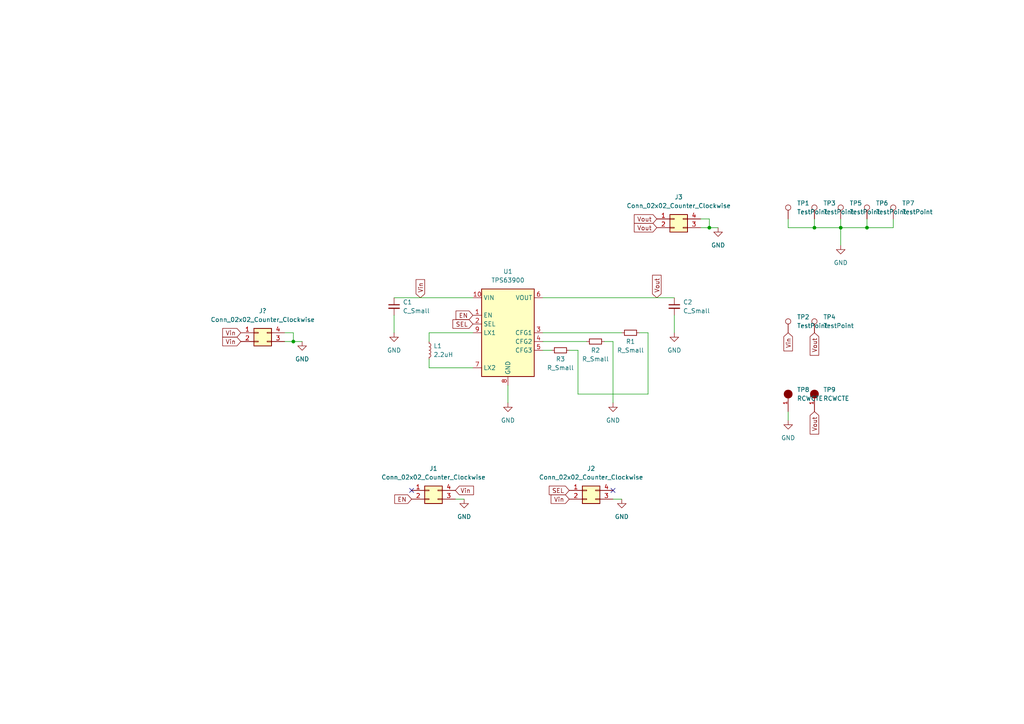
<source format=kicad_sch>
(kicad_sch (version 20211123) (generator eeschema)
  (paper "A4")
  (title_block (title "<<ID>>_<<project_name>>") (date "<<date>>") (rev "<<version>>") (comment 4 "<<hash>>"))
  (lib_symbols
    (symbol "Connector:TestPoint" (pin_numbers hide) (pin_names (offset 0.762) hide)
      (property "Reference" "TP" (at 0 6.858 0))
      (property "Value" "TestPoint" (at 0 5.08 0))
      (symbol "TestPoint_0_1"
        (circle (center 0 3.302) (radius 0.762))
      )
      (symbol "TestPoint_1_1"
        (pin passive line (at 0 0 90) (length 2.54) (name "1") (number "1"))
      )
    )
    (symbol "Connector_Generic:Conn_02x02_Counter_Clockwise" (pin_names (offset 1.016) hide)
      (property "Reference" "J" (at 1.27 2.54 0))
      (property "Value" "Conn_02x02_Counter_Clockwise" (at 1.27 -5.08 0))
      (symbol "Conn_02x02_Counter_Clockwise_1_1"
        (rectangle (start -1.27 -2.413) (end 0 -2.667) (stroke (width 0.1524)))
        (rectangle (start -1.27 0.127) (end 0 -0.127) (stroke (width 0.1524)))
        (rectangle (start -1.27 1.27) (end 3.81 -3.81) (stroke (width 0.254)) (fill (type background)))
        (rectangle (start 3.81 -2.413) (end 2.54 -2.667) (stroke (width 0.1524)))
        (rectangle (start 3.81 0.127) (end 2.54 -0.127) (stroke (width 0.1524)))
        (pin passive line (at -5.08 0 0) (length 3.81) (name "Pin_1") (number "1"))
        (pin passive line (at -5.08 -2.54 0) (length 3.81) (name "Pin_2") (number "2"))
        (pin passive line (at 7.62 -2.54 180) (length 3.81) (name "Pin_3") (number "3"))
        (pin passive line (at 7.62 0 180) (length 3.81) (name "Pin_4") (number "4"))
      )
    )
    (symbol "Device:C_Small" (pin_numbers hide) (pin_names (offset 0.254) hide)
      (property "Reference" "C" (at 0.254 1.778 0))
      (property "Value" "C_Small" (at 0.254 -2.032 0))
      (symbol "C_Small_0_1"
        (polyline (pts (xy -1.524 -0.508) (xy 1.524 -0.508)) (stroke (width 0.3302)))
        (polyline (pts (xy -1.524 0.508) (xy 1.524 0.508)) (stroke (width 0.3048)))
      )
      (symbol "C_Small_1_1"
        (pin passive line (at 0 2.54 270) (length 2.032) (name "~") (number "1"))
        (pin passive line (at 0 -2.54 90) (length 2.032) (name "~") (number "2"))
      )
    )
    (symbol "Device:L_Small" (pin_numbers hide) (pin_names (offset 0.254) hide)
      (property "Reference" "L" (at 0.762 1.016 0))
      (property "Value" "L_Small" (at 0.762 -1.016 0))
      (symbol "L_Small_0_1"
        (arc (start 0 -2.032) (mid 0.508 -1.524) (end 0 -1.016))
        (arc (start 0 -1.016) (mid 0.508 -0.508) (end 0 0))
        (arc (start 0 0) (mid 0.508 0.508) (end 0 1.016))
        (arc (start 0 1.016) (mid 0.508 1.524) (end 0 2.032))
      )
      (symbol "L_Small_1_1"
        (pin passive line (at 0 2.54 270) (length 0.508) (name "~") (number "1"))
        (pin passive line (at 0 -2.54 90) (length 0.508) (name "~") (number "2"))
      )
    )
    (symbol "Device:R_Small" (pin_numbers hide) (pin_names (offset 0.254) hide)
      (property "Reference" "R" (at 0.762 0.508 0))
      (property "Value" "R_Small" (at 0.762 -1.016 0))
      (symbol "R_Small_0_1"
        (rectangle (start -0.762 1.778) (end 0.762 -1.778) (stroke (width 0.2032)))
      )
      (symbol "R_Small_1_1"
        (pin passive line (at 0 2.54 270) (length 0.762) (name "~") (number "1"))
        (pin passive line (at 0 -2.54 90) (length 0.762) (name "~") (number "2"))
      )
    )
    (symbol "Regulator_Switching:TPS63900"
      (property "Reference" "U" (at -7.62 13.97 0))
      (property "Value" "TPS63900" (at 5.08 13.97 0))
      (symbol "TPS63900_0_1"
        (rectangle (start -7.62 12.7) (end 7.62 -12.7) (stroke (width 0.254)) (fill (type background)))
      )
      (symbol "TPS63900_1_1"
        (pin input line (at -10.16 5.08 0) (length 2.54) (name "EN") (number "1"))
        (pin power_in line (at -10.16 10.16 0) (length 2.54) (name "VIN") (number "10"))
        (pin passive line (at 0 -15.24 90) (length 2.54) hide (name "GND") (number "11"))
        (pin input line (at -10.16 2.54 0) (length 2.54) (name "SEL") (number "2"))
        (pin input line (at 10.16 0 180) (length 2.54) (name "CFG1") (number "3"))
        (pin input line (at 10.16 -2.54 180) (length 2.54) (name "CFG2") (number "4"))
        (pin input line (at 10.16 -5.08 180) (length 2.54) (name "CFG3") (number "5"))
        (pin power_out line (at 10.16 10.16 180) (length 2.54) (name "VOUT") (number "6"))
        (pin input line (at -10.16 -10.16 0) (length 2.54) (name "LX2") (number "7"))
        (pin power_in line (at 0 -15.24 90) (length 2.54) (name "GND") (number "8"))
        (pin input line (at -10.16 0 0) (length 2.54) (name "LX1") (number "9"))
      )
    )
    (symbol "Snapeda:RCWCTE" (pin_names (offset 1.016))
      (property "Reference" "TP" (at -2.5444 2.5415 0))
      (property "Value" "RCWCTE" (at -2.55 -5.0866 0))
      (symbol "RCWCTE_0_0"
        (circle (center 0 0) (radius 0.635) (stroke (width 1.27)))
        (pin passive line (at -5.08 0 0) (length 5.08) (name "~") (number "1"))
      )
    )
    (symbol "power:GND" (power) (pin_names (offset 0))
      (property "Value" "GND" (at 0 -3.81 0))
      (symbol "GND_0_1"
        (polyline (pts (xy 0 0) (xy 0 -1.27) (xy 1.27 -1.27) (xy 0 -2.54) (xy -1.27 -1.27) (xy 0 -1.27)))
      )
      (symbol "GND_1_1"
        (pin power_in line (at 0 0 270) (length 0) hide (name "GND") (number "1"))
      )
    )
  )
  (junction (at 85.09 99.06))
  (junction (at 236.22 66.04))
  (junction (at 251.46 66.04))
  (junction (at 243.84 66.04))
  (junction (at 205.74 66.04))
  (no_connect (at 119.38 142.24))
  (no_connect (at 177.8 142.24))
  (wire (pts (xy 251.46 63.5) (xy 251.46 66.04)))
  (wire (pts (xy 157.48 86.36) (xy 195.58 86.36)))
  (wire (pts (xy 177.8 99.06) (xy 177.8 116.84)))
  (wire (pts (xy 236.22 66.04) (xy 243.84 66.04)))
  (wire (pts (xy 124.46 99.06) (xy 124.46 96.52)))
  (wire (pts (xy 114.3 86.36) (xy 137.16 86.36)))
  (wire (pts (xy 236.22 63.5) (xy 236.22 66.04)))
  (wire (pts (xy 167.64 101.6) (xy 167.64 114.3)))
  (wire (pts (xy 157.48 96.52) (xy 180.34 96.52)))
  (wire (pts (xy 195.58 91.44) (xy 195.58 96.52)))
  (wire (pts (xy 259.08 63.5) (xy 259.08 66.04)))
  (wire (pts (xy 157.48 101.6) (xy 160.02 101.6)))
  (wire (pts (xy 187.96 96.52) (xy 187.96 114.3)))
  (wire (pts (xy 177.8 144.78) (xy 180.34 144.78)))
  (wire (pts (xy 85.09 96.52) (xy 85.09 99.06)))
  (wire (pts (xy 251.46 66.04) (xy 243.84 66.04)))
  (wire (pts (xy 167.64 114.3) (xy 187.96 114.3)))
  (wire (pts (xy 205.74 63.5) (xy 205.74 66.04)))
  (wire (pts (xy 157.48 99.06) (xy 170.18 99.06)))
  (wire (pts (xy 203.2 66.04) (xy 205.74 66.04)))
  (wire (pts (xy 85.09 99.06) (xy 87.63 99.06)))
  (wire (pts (xy 243.84 66.04) (xy 243.84 71.12)))
  (wire (pts (xy 259.08 66.04) (xy 251.46 66.04)))
  (wire (pts (xy 165.1 101.6) (xy 167.64 101.6)))
  (wire (pts (xy 124.46 106.68) (xy 137.16 106.68)))
  (wire (pts (xy 228.6 63.5) (xy 228.6 66.04)))
  (wire (pts (xy 228.6 66.04) (xy 236.22 66.04)))
  (wire (pts (xy 185.42 96.52) (xy 187.96 96.52)))
  (wire (pts (xy 82.55 96.52) (xy 85.09 96.52)))
  (wire (pts (xy 203.2 63.5) (xy 205.74 63.5)))
  (wire (pts (xy 82.55 99.06) (xy 85.09 99.06)))
  (wire (pts (xy 243.84 63.5) (xy 243.84 66.04)))
  (wire (pts (xy 114.3 91.44) (xy 114.3 96.52)))
  (wire (pts (xy 205.74 66.04) (xy 208.28 66.04)))
  (wire (pts (xy 132.08 144.78) (xy 134.62 144.78)))
  (wire (pts (xy 147.32 111.76) (xy 147.32 116.84)))
  (wire (pts (xy 177.8 99.06) (xy 175.26 99.06)))
  (wire (pts (xy 124.46 96.52) (xy 137.16 96.52)))
  (wire (pts (xy 124.46 104.14) (xy 124.46 106.68)))
  (wire (pts (xy 228.6 119.38) (xy 228.6 121.92)))
  (global_label "Vout" (shape input) (at 236.22 96.52 270) (property "Referenzen zwischen Schaltplänen" "${INTERSHEET_REFS}" (effects hide)))
  (global_label "SEL" (shape input) (at 165.1 142.24 180) (property "Referenzen zwischen Schaltplänen" "${INTERSHEET_REFS}" (effects hide)))
  (global_label "Vin" (shape input) (at 228.6 96.52 270) (property "Referenzen zwischen Schaltplänen" "${INTERSHEET_REFS}" (effects hide)))
  (global_label "Vout" (shape input) (at 236.22 119.38 270) (property "Referenzen zwischen Schaltplänen" "${INTERSHEET_REFS}" (effects hide)))
  (global_label "SEL" (shape input) (at 137.16 93.98 180) (property "Referenzen zwischen Schaltplänen" "${INTERSHEET_REFS}" (effects hide)))
  (global_label "Vout" (shape input) (at 190.5 63.5 180) (property "Referenzen zwischen Schaltplänen" "${INTERSHEET_REFS}" (effects hide)))
  (global_label "EN" (shape input) (at 119.38 144.78 180) (property "Referenzen zwischen Schaltplänen" "${INTERSHEET_REFS}" (effects hide)))
  (global_label "Vin" (shape input) (at 132.08 142.24 0) (property "Referenzen zwischen Schaltplänen" "${INTERSHEET_REFS}" (effects hide)))
  (global_label "EN" (shape input) (at 137.16 91.44 180) (property "Referenzen zwischen Schaltplänen" "${INTERSHEET_REFS}" (effects hide)))
  (global_label "Vin" (shape input) (at 69.85 96.52 180) (property "Referenzen zwischen Schaltplänen" "${INTERSHEET_REFS}" (effects hide)))
  (global_label "Vin" (shape input) (at 121.92 86.36 90) (property "Referenzen zwischen Schaltplänen" "${INTERSHEET_REFS}" (effects hide)))
  (global_label "Vout" (shape input) (at 190.5 86.36 90) (property "Referenzen zwischen Schaltplänen" "${INTERSHEET_REFS}" (effects hide)))
  (global_label "Vout" (shape input) (at 190.5 66.04 180) (property "Referenzen zwischen Schaltplänen" "${INTERSHEET_REFS}" (effects hide)))
  (global_label "Vin" (shape input) (at 165.1 144.78 180) (property "Referenzen zwischen Schaltplänen" "${INTERSHEET_REFS}" (effects hide)))
  (global_label "Vin" (shape input) (at 69.85 99.06 180) (property "Referenzen zwischen Schaltplänen" "${INTERSHEET_REFS}" (effects hide)))
  (symbol (lib_id "power:GND") (at 228.6 121.92 0) (unit 1)
    (property "Reference" "#PWR?" (effects hide))
    (property "Value" "GND" (at 228.6 127 0))
  )
  (symbol (lib_id "power:GND") (at 180.34 144.78 0) (unit 1)
    (property "Reference" "#PWR0103" (effects hide))
    (property "Value" "GND" (at 180.34 149.86 0))
  )
  (symbol (lib_id "Device:R_Small") (at 182.88 96.52 270) (unit 1)
    (property "Reference" "R1" (at 182.88 99.06 90))
    (property "Value" "R_Small" (at 182.88 101.6 90))
    (property "Footprint" "Resistor_SMD:R_0805_2012Metric" (effects hide))
  )
  (symbol (lib_id "power:GND") (at 177.8 116.84 0) (unit 1)
    (property "Reference" "#PWR0105" (effects hide))
    (property "Value" "GND" (at 177.8 121.92 0))
  )
  (symbol (lib_id "Connector:TestPoint") (at 243.84 63.5 0) (unit 1)
    (property "Reference" "TP5" (at 246.38 58.9279 0) (effects (justify left)))
    (property "Value" "TestPoint" (at 246.38 61.4679 0) (effects (justify left)))
    (property "Footprint" "TestPoint:TestPoint_Pad_D3.0mm" (effects hide))
  )
  (symbol (lib_id "Connector:TestPoint") (at 236.22 63.5 0) (unit 1)
    (property "Reference" "TP3" (at 238.76 58.9279 0) (effects (justify left)))
    (property "Value" "TestPoint" (at 238.76 61.4679 0) (effects (justify left)))
    (property "Footprint" "TestPoint:TestPoint_Pad_D3.0mm" (effects hide))
  )
  (symbol (lib_id "power:GND") (at 147.32 116.84 0) (unit 1)
    (property "Reference" "#PWR0104" (effects hide))
    (property "Value" "GND" (at 147.32 121.92 0))
  )
  (symbol (lib_id "Connector_Generic:Conn_02x02_Counter_Clockwise") (at 195.58 63.5 0) (unit 1)
    (property "Reference" "J3" (at 196.85 57.15 0))
    (property "Value" "Conn_02x02_Counter_Clockwise" (at 196.85 59.69 0))
    (property "Footprint" "Connector_PinSocket_2.54mm:PinSocket_2x02_P2.54mm_Vertical" (effects hide))
  )
  (symbol (lib_id "Device:C_Small") (at 114.3 88.9 0) (unit 1)
    (property "Reference" "C1" (at 116.84 87.6362 0) (effects (justify left)))
    (property "Value" "C_Small" (at 116.84 90.1762 0) (effects (justify left)))
    (property "Footprint" "Capacitor_SMD:C_0603_1608Metric" (effects hide))
  )
  (symbol (lib_id "Device:R_Small") (at 172.72 99.06 270) (unit 1)
    (property "Reference" "R2" (at 172.72 101.6 90))
    (property "Value" "R_Small" (at 172.72 104.14 90))
    (property "Footprint" "Resistor_SMD:R_0805_2012Metric" (effects hide))
  )
  (symbol (lib_id "Snapeda:RCWCTE") (at 236.22 114.3 90) (unit 1)
    (property "Reference" "TP9" (at 238.76 113.0299 90) (effects (justify right)))
    (property "Value" "RCWCTE" (at 238.76 115.5699 90) (effects (justify right)))
    (property "Footprint" "Snapeda:RCWCTE_TP420X150" (effects hide))
    (property "PARTREV" "1/06/14" (effects hide))
    (property "SNAPEDA_PN" "RCWCTE" (effects hide))
    (property "MANUFACTURER" "KOA Speer" (effects hide))
    (property "MAXIMUM_PACKAGE_HEIGHT" "2 mm" (effects hide))
    (property "STANDARD" "Manufacturer Recommendations" (effects hide))
  )
  (symbol (lib_id "Connector:TestPoint") (at 236.22 96.52 0) (unit 1)
    (property "Reference" "TP4" (at 238.76 91.9479 0) (effects (justify left)))
    (property "Value" "TestPoint" (at 238.76 94.4879 0) (effects (justify left)))
    (property "Footprint" "TestPoint:TestPoint_Pad_D3.0mm" (effects hide))
  )
  (symbol (lib_id "Regulator_Switching:TPS63900") (at 147.32 96.52 0) (unit 1)
    (property "Reference" "U1" (at 147.32 78.74 0))
    (property "Value" "TPS63900" (at 147.32 81.28 0))
    (property "Footprint" "Package_SON:WSON-10-1EP_2.5x2.5mm_P0.5mm_EP1.2x2mm_ThermalVias" (effects hide))
    (property "Datasheet" "https://www.ti.com/lit/ds/symlink/tps63900.pdf" (effects hide))
  )
  (symbol (lib_id "Connector_Generic:Conn_02x02_Counter_Clockwise") (at 124.46 142.24 0) (unit 1)
    (property "Reference" "J1" (at 125.73 135.89 0))
    (property "Value" "Conn_02x02_Counter_Clockwise" (at 125.73 138.43 0))
    (property "Footprint" "Connector_PinSocket_2.54mm:PinSocket_2x02_P2.54mm_Vertical" (effects hide))
  )
  (symbol (lib_id "Device:C_Small") (at 195.58 88.9 0) (unit 1)
    (property "Reference" "C2" (at 198.12 87.6362 0) (effects (justify left)))
    (property "Value" "C_Small" (at 198.12 90.1762 0) (effects (justify left)))
    (property "Footprint" "Capacitor_SMD:C_0603_1608Metric" (effects hide))
  )
  (symbol (lib_id "power:GND") (at 114.3 96.52 0) (unit 1)
    (property "Reference" "#PWR0101" (effects hide))
    (property "Value" "GND" (at 114.3 101.6 0))
  )
  (symbol (lib_id "power:GND") (at 243.84 71.12 0) (unit 1)
    (property "Reference" "#PWR0108" (effects hide))
    (property "Value" "GND" (at 243.84 76.2 0))
  )
  (symbol (lib_id "Connector_Generic:Conn_02x02_Counter_Clockwise") (at 170.18 142.24 0) (unit 1)
    (property "Reference" "J2" (at 171.45 135.89 0))
    (property "Value" "Conn_02x02_Counter_Clockwise" (at 171.45 138.43 0))
    (property "Footprint" "Connector_PinSocket_2.54mm:PinSocket_2x02_P2.54mm_Vertical" (effects hide))
  )
  (symbol (lib_id "Connector:TestPoint") (at 259.08 63.5 0) (unit 1)
    (property "Reference" "TP7" (at 261.62 58.9279 0) (effects (justify left)))
    (property "Value" "TestPoint" (at 261.62 61.4679 0) (effects (justify left)))
    (property "Footprint" "TestPoint:TestPoint_Pad_D3.0mm" (effects hide))
  )
  (symbol (lib_id "Device:R_Small") (at 162.56 101.6 270) (unit 1)
    (property "Reference" "R3" (at 162.56 104.14 90))
    (property "Value" "R_Small" (at 162.56 106.68 90))
    (property "Footprint" "Resistor_SMD:R_0805_2012Metric" (effects hide))
  )
  (symbol (lib_id "power:GND") (at 87.63 99.06 0) (unit 1)
    (property "Reference" "#PWR?" (effects hide))
    (property "Value" "GND" (at 87.63 104.14 0))
  )
  (symbol (lib_id "Connector:TestPoint") (at 228.6 96.52 0) (unit 1)
    (property "Reference" "TP2" (at 231.14 91.9479 0) (effects (justify left)))
    (property "Value" "TestPoint" (at 231.14 94.4879 0) (effects (justify left)))
    (property "Footprint" "TestPoint:TestPoint_Pad_D3.0mm" (effects hide))
  )
  (symbol (lib_id "power:GND") (at 134.62 144.78 0) (unit 1)
    (property "Reference" "#PWR0102" (effects hide))
    (property "Value" "GND" (at 134.62 149.86 0))
  )
  (symbol (lib_id "Connector:TestPoint") (at 228.6 63.5 0) (unit 1)
    (property "Reference" "TP1" (at 231.14 58.9279 0) (effects (justify left)))
    (property "Value" "TestPoint" (at 231.14 61.4679 0) (effects (justify left)))
    (property "Footprint" "TestPoint:TestPoint_Pad_D3.0mm" (effects hide))
  )
  (symbol (lib_id "Connector_Generic:Conn_02x02_Counter_Clockwise") (at 74.93 96.52 0) (unit 1)
    (property "Reference" "J?" (at 76.2 90.17 0))
    (property "Value" "Conn_02x02_Counter_Clockwise" (at 76.2 92.71 0))
    (property "Footprint" "Connector_PinSocket_2.54mm:PinSocket_2x02_P2.54mm_Vertical" (effects hide))
  )
  (symbol (lib_id "Connector:TestPoint") (at 251.46 63.5 0) (unit 1)
    (property "Reference" "TP6" (at 254 58.9279 0) (effects (justify left)))
    (property "Value" "TestPoint" (at 254 61.4679 0) (effects (justify left)))
    (property "Footprint" "TestPoint:TestPoint_Pad_D3.0mm" (effects hide))
  )
  (symbol (lib_id "Snapeda:RCWCTE") (at 228.6 114.3 90) (unit 1)
    (property "Reference" "TP8" (at 231.14 113.0299 90) (effects (justify right)))
    (property "Value" "RCWCTE" (at 231.14 115.5699 90) (effects (justify right)))
    (property "Footprint" "Snapeda:RCWCTE_TP420X150" (effects hide))
    (property "PARTREV" "1/06/14" (effects hide))
    (property "SNAPEDA_PN" "RCWCTE" (effects hide))
    (property "MANUFACTURER" "KOA Speer" (effects hide))
    (property "MAXIMUM_PACKAGE_HEIGHT" "2 mm" (effects hide))
    (property "STANDARD" "Manufacturer Recommendations" (effects hide))
  )
  (symbol (lib_id "Device:L_Small") (at 124.46 101.6 0) (unit 1)
    (property "Reference" "L1" (at 125.73 100.3299 0) (effects (justify left)))
    (property "Value" "2.2uH" (at 125.73 102.8699 0) (effects (justify left)))
    (property "Footprint" "Inductor_SMD:L_1008_2520Metric" (effects hide))
  )
  (symbol (lib_id "power:GND") (at 195.58 96.52 0) (unit 1)
    (property "Reference" "#PWR0106" (effects hide))
    (property "Value" "GND" (at 195.58 101.6 0))
  )
  (symbol (lib_id "power:GND") (at 208.28 66.04 0) (unit 1)
    (property "Reference" "#PWR0107" (effects hide))
    (property "Value" "GND" (at 208.28 71.12 0))
  )
)
</source>
